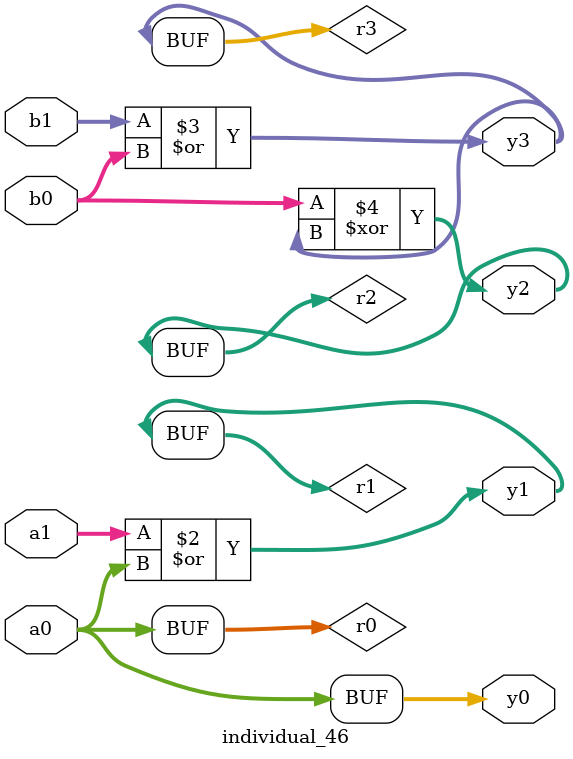
<source format=sv>
module individual_46(input logic [15:0] a1, input logic [15:0] a0, input logic [15:0] b1, input logic [15:0] b0, output logic [15:0] y3, output logic [15:0] y2, output logic [15:0] y1, output logic [15:0] y0);
logic [15:0] r0, r1, r2, r3; 
 always@(*) begin 
	 r0 = a0; r1 = a1; r2 = b0; r3 = b1; 
 	 r1  |=  r0 ;
 	 r3  |=  b0 ;
 	 r2  ^=  r3 ;
 	 y3 = r3; y2 = r2; y1 = r1; y0 = r0; 
end
endmodule
</source>
